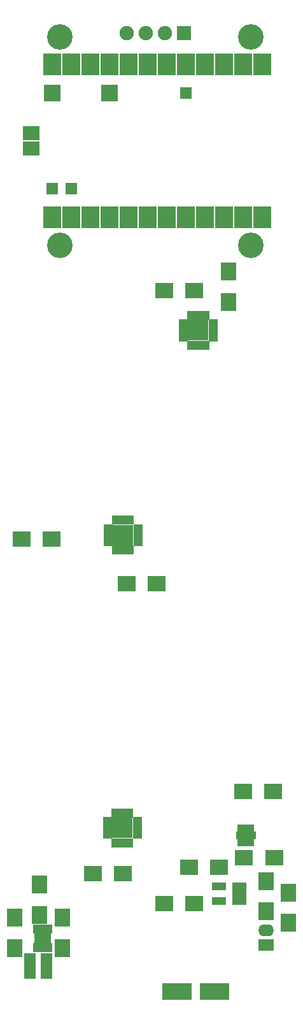
<source format=gbr>
G04 #@! TF.FileFunction,Soldermask,Bot*
%FSLAX46Y46*%
G04 Gerber Fmt 4.6, Leading zero omitted, Abs format (unit mm)*
G04 Created by KiCad (PCBNEW 4.0.6) date 07/28/17 14:14:33*
%MOMM*%
%LPD*%
G01*
G04 APERTURE LIST*
%ADD10C,0.100000*%
%ADD11R,2.000000X2.400000*%
%ADD12R,2.432000X2.940000*%
%ADD13R,1.543000X1.543000*%
%ADD14R,2.178000X2.178000*%
%ADD15R,2.178000X1.924000*%
%ADD16R,0.630000X1.150000*%
%ADD17R,1.250000X0.850000*%
%ADD18R,1.540000X3.450000*%
%ADD19C,3.400000*%
%ADD20C,1.900000*%
%ADD21R,1.900000X1.900000*%
%ADD22R,0.650000X1.100000*%
%ADD23R,1.500000X1.010000*%
%ADD24R,1.960000X1.050000*%
%ADD25R,1.200000X0.600000*%
%ADD26R,0.600000X1.200000*%
%ADD27R,1.575000X1.575000*%
%ADD28R,2.100000X2.400000*%
%ADD29R,2.400000X2.100000*%
%ADD30R,2.100000X1.600000*%
%ADD31O,2.100000X1.600000*%
%ADD32R,3.900000X2.200000*%
%ADD33R,2.400000X2.000000*%
G04 APERTURE END LIST*
D10*
D11*
X70950000Y-150850000D03*
X70950000Y-146850000D03*
X67850000Y-146450000D03*
X67850000Y-142450000D03*
D12*
X69600000Y-53820000D03*
X69600000Y-33500000D03*
X72140000Y-53820000D03*
X72140000Y-33500000D03*
X74680000Y-53820000D03*
X74680000Y-33500000D03*
X77220000Y-53820000D03*
X77220000Y-33500000D03*
X79760000Y-53820000D03*
X79760000Y-33500000D03*
X82300000Y-53820000D03*
X82300000Y-33500000D03*
X84840000Y-53820000D03*
X84840000Y-33500000D03*
X87380000Y-53820000D03*
X87380000Y-33500000D03*
X89920000Y-53820000D03*
X89920000Y-33500000D03*
X92460000Y-53820000D03*
X92460000Y-33500000D03*
X95000000Y-53820000D03*
X95000000Y-33500000D03*
X97540000Y-53820000D03*
X97540000Y-33500000D03*
D13*
X87380000Y-37310000D03*
D14*
X77220000Y-37310000D03*
X69600000Y-37310000D03*
D13*
X69600000Y-50010000D03*
X72140000Y-50010000D03*
D15*
X66806000Y-44676000D03*
X66806000Y-42644000D03*
D11*
X64600000Y-150850000D03*
X64600000Y-146850000D03*
D16*
X67300000Y-150841043D03*
X67800000Y-150841043D03*
X68300000Y-150841043D03*
X68800000Y-150841043D03*
X69300000Y-150841043D03*
X67300000Y-148391043D03*
X67800000Y-148391043D03*
X68300000Y-148391043D03*
X68800000Y-148391043D03*
X69300000Y-148391043D03*
D17*
X67765000Y-149951043D03*
X68835000Y-149951043D03*
X68835000Y-149281043D03*
X67765000Y-149281043D03*
D18*
X68810000Y-153300000D03*
X66650000Y-153300000D03*
D19*
X96000000Y-57500000D03*
X70600000Y-57500000D03*
X96000000Y-29800000D03*
X70600000Y-29800000D03*
D20*
X82050000Y-29350000D03*
X84590000Y-29350000D03*
D21*
X87130000Y-29350000D03*
D20*
X79510000Y-29350000D03*
D22*
X96100000Y-136825000D03*
X95600000Y-136825000D03*
X95100000Y-136825000D03*
X94600000Y-136825000D03*
X94600000Y-134975000D03*
X95100000Y-134975000D03*
X95600000Y-134975000D03*
X96100000Y-134975000D03*
D23*
X94800000Y-135900000D03*
X95900000Y-135900000D03*
D24*
X94500000Y-142700000D03*
X94500000Y-143650000D03*
X94500000Y-144600000D03*
X91800000Y-144600000D03*
X91800000Y-142700000D03*
D25*
X80912500Y-133712500D03*
X80912500Y-134112500D03*
X80912500Y-134512500D03*
X80912500Y-134912500D03*
X80912500Y-135312500D03*
X80912500Y-135712500D03*
X80912500Y-136112500D03*
D26*
X80112500Y-136912500D03*
X79712500Y-136912500D03*
X79312500Y-136912500D03*
X78912500Y-136912500D03*
X78512500Y-136912500D03*
X78112500Y-136912500D03*
X77712500Y-136912500D03*
D25*
X76912500Y-136112500D03*
X76912500Y-135712500D03*
X76912500Y-135312500D03*
X76912500Y-134912500D03*
X76912500Y-134512500D03*
X76912500Y-134112500D03*
X76912500Y-133712500D03*
D26*
X77712500Y-132912500D03*
X78112500Y-132912500D03*
X78512500Y-132912500D03*
X78912500Y-132912500D03*
X79312500Y-132912500D03*
X79712500Y-132912500D03*
X80112500Y-132912500D03*
D27*
X78325000Y-135500000D03*
X78325000Y-134325000D03*
X79500000Y-135500000D03*
X79500000Y-134325000D03*
D26*
X80200000Y-98000000D03*
X79800000Y-98000000D03*
X79400000Y-98000000D03*
X79000000Y-98000000D03*
X78600000Y-98000000D03*
X78200000Y-98000000D03*
X77800000Y-98000000D03*
D25*
X77000000Y-97200000D03*
X77000000Y-96800000D03*
X77000000Y-96400000D03*
X77000000Y-96000000D03*
X77000000Y-95600000D03*
X77000000Y-95200000D03*
X77000000Y-94800000D03*
D26*
X77800000Y-94000000D03*
X78200000Y-94000000D03*
X78600000Y-94000000D03*
X79000000Y-94000000D03*
X79400000Y-94000000D03*
X79800000Y-94000000D03*
X80200000Y-94000000D03*
D25*
X81000000Y-94800000D03*
X81000000Y-95200000D03*
X81000000Y-95600000D03*
X81000000Y-96000000D03*
X81000000Y-96400000D03*
X81000000Y-96800000D03*
X81000000Y-97200000D03*
D27*
X78412500Y-95412500D03*
X79587500Y-95412500D03*
X78412500Y-96587500D03*
X79587500Y-96587500D03*
D25*
X91000000Y-67600000D03*
X91000000Y-68000000D03*
X91000000Y-68400000D03*
X91000000Y-68800000D03*
X91000000Y-69200000D03*
X91000000Y-69600000D03*
X91000000Y-70000000D03*
D26*
X90200000Y-70800000D03*
X89800000Y-70800000D03*
X89400000Y-70800000D03*
X89000000Y-70800000D03*
X88600000Y-70800000D03*
X88200000Y-70800000D03*
X87800000Y-70800000D03*
D25*
X87000000Y-70000000D03*
X87000000Y-69600000D03*
X87000000Y-69200000D03*
X87000000Y-68800000D03*
X87000000Y-68400000D03*
X87000000Y-68000000D03*
X87000000Y-67600000D03*
D26*
X87800000Y-66800000D03*
X88200000Y-66800000D03*
X88600000Y-66800000D03*
X89000000Y-66800000D03*
X89400000Y-66800000D03*
X89800000Y-66800000D03*
X90200000Y-66800000D03*
D27*
X88412500Y-69387500D03*
X88412500Y-68212500D03*
X89587500Y-69387500D03*
X89587500Y-68212500D03*
D28*
X98000000Y-146000000D03*
X98000000Y-142000000D03*
D29*
X91800000Y-140100000D03*
X87800000Y-140100000D03*
X95000000Y-130100000D03*
X99000000Y-130100000D03*
X75000000Y-141000000D03*
X79000000Y-141000000D03*
X65500000Y-96500000D03*
X69500000Y-96500000D03*
D28*
X93000000Y-61000000D03*
X93000000Y-65000000D03*
D29*
X83500000Y-102500000D03*
X79500000Y-102500000D03*
X88500000Y-63500000D03*
X84500000Y-63500000D03*
D30*
X98000000Y-150500000D03*
D31*
X98000000Y-148500000D03*
D32*
X86175000Y-156625000D03*
X91175000Y-156625000D03*
D11*
X101000000Y-147500000D03*
X101000000Y-143500000D03*
D33*
X95100000Y-138900000D03*
X99100000Y-138900000D03*
X88500000Y-145000000D03*
X84500000Y-145000000D03*
M02*

</source>
